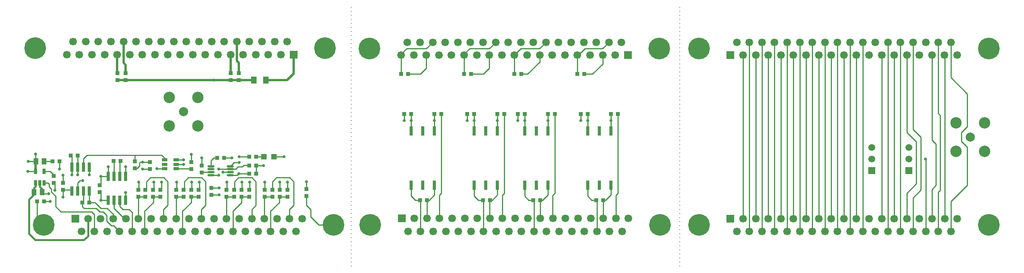
<source format=gtl>
G04 Layer_Physical_Order=1*
G04 Layer_Color=255*
%FSLAX25Y25*%
%MOIN*%
G70*
G01*
G75*
%ADD10R,0.03600X0.03200*%
%ADD11R,0.02600X0.08000*%
%ADD12R,0.03200X0.03600*%
%ADD13R,0.03850X0.05200*%
%ADD14R,0.02992X0.07874*%
%ADD15R,0.05000X0.05000*%
%ADD16R,0.04500X0.06000*%
%ADD17O,0.06102X0.01772*%
%ADD18R,0.02600X0.05000*%
%ADD19R,0.05000X0.02600*%
%ADD20C,0.01000*%
%ADD21C,0.02000*%
%ADD22C,0.01500*%
%ADD23C,0.01000*%
%ADD24R,0.06654X0.06654*%
%ADD25C,0.06654*%
%ADD26C,0.18740*%
%ADD27C,0.05906*%
%ADD28R,0.05906X0.05906*%
%ADD29C,0.09843*%
%ADD30C,0.07874*%
%ADD31C,0.02500*%
D10*
X303000Y351500D02*
D03*
X297000D02*
D03*
X143000Y367000D02*
D03*
X149000D02*
D03*
X159000Y326500D02*
D03*
X153000D02*
D03*
X269500Y365000D02*
D03*
X275500D02*
D03*
X120000Y327500D02*
D03*
X114000D02*
D03*
X186000Y362500D02*
D03*
X180000D02*
D03*
X297000Y358500D02*
D03*
X303000D02*
D03*
X133500Y362000D02*
D03*
X127500D02*
D03*
X297000Y366000D02*
D03*
X303000D02*
D03*
X428100Y437600D02*
D03*
X434100D02*
D03*
X482400D02*
D03*
X488400D02*
D03*
X525900D02*
D03*
X531900D02*
D03*
X580200D02*
D03*
X586200D02*
D03*
X596500Y328500D02*
D03*
X602500D02*
D03*
X609000Y403000D02*
D03*
X615000D02*
D03*
X589000D02*
D03*
X583000D02*
D03*
X542100Y328500D02*
D03*
X548100D02*
D03*
X554600Y403000D02*
D03*
X560600D02*
D03*
X534600D02*
D03*
X528600D02*
D03*
X498650Y328500D02*
D03*
X504650D02*
D03*
X511150Y403000D02*
D03*
X517150D02*
D03*
X491150D02*
D03*
X485150D02*
D03*
X444400Y328500D02*
D03*
X450400D02*
D03*
X456900Y403000D02*
D03*
X462900D02*
D03*
X436900D02*
D03*
X430900D02*
D03*
D11*
X175500Y349000D02*
D03*
X190500Y328500D02*
D03*
X180500D02*
D03*
X175500D02*
D03*
X180500Y349000D02*
D03*
X185500D02*
D03*
X190500D02*
D03*
X185500Y328500D02*
D03*
X144000Y357000D02*
D03*
X159000Y336500D02*
D03*
X149000D02*
D03*
X144000D02*
D03*
X149000Y357000D02*
D03*
X154000D02*
D03*
X159000D02*
D03*
X154000Y336500D02*
D03*
D12*
X256000Y358500D02*
D03*
Y352500D02*
D03*
X247000Y355500D02*
D03*
Y361500D02*
D03*
X346500Y332000D02*
D03*
Y338000D02*
D03*
X207500Y331500D02*
D03*
Y337500D02*
D03*
X201500Y331500D02*
D03*
Y337500D02*
D03*
X214000Y331500D02*
D03*
Y337500D02*
D03*
X220500Y331500D02*
D03*
Y337500D02*
D03*
X240500Y331500D02*
D03*
Y337500D02*
D03*
X234000Y331500D02*
D03*
Y337500D02*
D03*
X247000Y331500D02*
D03*
Y337500D02*
D03*
X253500Y331500D02*
D03*
Y337500D02*
D03*
X284000Y331500D02*
D03*
Y337500D02*
D03*
X277500Y331500D02*
D03*
Y337500D02*
D03*
X290500Y331500D02*
D03*
Y337500D02*
D03*
X297000Y331500D02*
D03*
Y337500D02*
D03*
X317000Y331500D02*
D03*
Y337500D02*
D03*
X310500Y331500D02*
D03*
Y337500D02*
D03*
X323500Y331500D02*
D03*
Y337500D02*
D03*
X330000Y331500D02*
D03*
Y337500D02*
D03*
X211500Y355500D02*
D03*
Y361500D02*
D03*
X136500Y343500D02*
D03*
Y337500D02*
D03*
X168000Y341500D02*
D03*
Y335500D02*
D03*
X264500Y339000D02*
D03*
Y333000D02*
D03*
X128500Y343500D02*
D03*
Y349500D02*
D03*
X288000Y432500D02*
D03*
Y438500D02*
D03*
X281000Y432500D02*
D03*
Y438500D02*
D03*
X190500Y432500D02*
D03*
Y438500D02*
D03*
X183500Y432500D02*
D03*
Y438500D02*
D03*
X198500Y356000D02*
D03*
Y362000D02*
D03*
D13*
X113000D02*
D03*
X120000D02*
D03*
X111500Y335500D02*
D03*
X118500D02*
D03*
D14*
X534600Y341256D02*
D03*
X544600D02*
D03*
X554600Y388500D02*
D03*
X534600D02*
D03*
X544600D02*
D03*
X554600Y341256D02*
D03*
X511150D02*
D03*
X501150Y388500D02*
D03*
X491150D02*
D03*
X511150D02*
D03*
X501150Y341256D02*
D03*
X491150D02*
D03*
X436900D02*
D03*
X446900D02*
D03*
X456900Y388500D02*
D03*
X436900D02*
D03*
X446900D02*
D03*
X456900Y341256D02*
D03*
X609000D02*
D03*
X599000Y388500D02*
D03*
X589000D02*
D03*
X609000D02*
D03*
X599000Y341256D02*
D03*
X589000D02*
D03*
D15*
X309902Y366018D02*
D03*
X318302D02*
D03*
D16*
X311500Y432500D02*
D03*
X301000D02*
D03*
D17*
X280866Y350161D02*
D03*
Y352720D02*
D03*
Y355279D02*
D03*
Y357839D02*
D03*
X264134Y350161D02*
D03*
Y352720D02*
D03*
Y355279D02*
D03*
Y357839D02*
D03*
D18*
X112750Y353500D02*
D03*
X120250D02*
D03*
X112750Y343500D02*
D03*
X116500D02*
D03*
X120250D02*
D03*
D19*
X234000Y359500D02*
D03*
Y363250D02*
D03*
Y355750D02*
D03*
X224000Y359500D02*
D03*
X224000Y363250D02*
D03*
Y355750D02*
D03*
D20*
X723087Y312500D02*
Y454000D01*
X733953Y312500D02*
Y454000D01*
X744819Y312500D02*
Y454000D01*
X755685Y312500D02*
Y454000D01*
X766551Y312500D02*
Y454000D01*
X777417Y312500D02*
Y454000D01*
X788283Y312500D02*
Y454000D01*
X810016Y312500D02*
Y454000D01*
X820882Y312500D02*
Y454000D01*
X842614Y312500D02*
Y454000D01*
X853480Y312500D02*
Y454000D01*
X896945Y312500D02*
Y454000D01*
X886079Y312500D02*
Y337871D01*
X728516Y301319D02*
Y465181D01*
X739382Y301319D02*
Y465181D01*
X750248Y301319D02*
Y465181D01*
X761114Y301319D02*
Y465181D01*
X771980Y301319D02*
Y465181D01*
X782846Y301319D02*
Y465181D01*
X793713Y301319D02*
Y465181D01*
X804579Y301319D02*
Y465181D01*
X815445Y301319D02*
Y465181D01*
X826311Y301319D02*
Y465181D01*
X848043Y301319D02*
Y465181D01*
X858909Y301319D02*
Y465181D01*
X886079Y337871D02*
X889500Y341293D01*
X891508Y301319D02*
Y335508D01*
X893000Y337000D01*
Y402000D01*
X891492Y403508D02*
X893000Y402000D01*
X891492Y403508D02*
Y465181D01*
X889500Y341293D02*
Y377000D01*
X886079Y380421D02*
X889500Y377000D01*
X886079Y380421D02*
Y454000D01*
X911500Y379500D02*
X916500Y374500D01*
X911500Y379500D02*
Y387000D01*
X916500Y392000D01*
Y420500D01*
X799150Y312500D02*
Y454000D01*
X902358Y434642D02*
X916500Y420500D01*
X902358Y434642D02*
Y465181D01*
X902374Y301319D02*
Y327374D01*
X916500Y341500D01*
Y374500D01*
X589000Y388500D02*
Y397500D01*
Y403000D01*
X583000Y397500D02*
Y403000D01*
X615000Y334500D02*
Y403000D01*
X613311Y332811D02*
X615000Y334500D01*
X613311Y312591D02*
Y332811D01*
X596500Y328500D02*
X597000Y328000D01*
Y319500D02*
X597008Y319492D01*
X597000Y319500D02*
Y328000D01*
X597008Y301410D02*
Y319492D01*
X602445Y328445D02*
X602500Y328500D01*
X602445Y312591D02*
Y328445D01*
X604500Y328500D02*
X609000Y333000D01*
X602500Y328500D02*
X604500D01*
X609000Y333000D02*
Y341256D01*
Y397500D02*
Y403000D01*
Y388500D02*
Y397500D01*
X589000Y332000D02*
Y341256D01*
Y332000D02*
X592500Y328500D01*
X596500D01*
X528600Y397500D02*
Y403000D01*
X560600Y334500D02*
Y403000D01*
X558911Y332811D02*
X560600Y334500D01*
X558911Y312591D02*
Y332811D01*
X542100Y328500D02*
X542600Y328000D01*
Y319500D02*
X542608Y319492D01*
X542600Y319500D02*
Y328000D01*
X542608Y301410D02*
Y319492D01*
X548045Y328445D02*
X548100Y328500D01*
X548045Y312591D02*
Y328445D01*
X550100Y328500D02*
X554600Y333000D01*
X548100Y328500D02*
X550100D01*
X554600Y333000D02*
Y341256D01*
X534600Y397500D02*
Y403000D01*
Y388500D02*
Y397500D01*
X554600D02*
Y403000D01*
Y388500D02*
Y397500D01*
X534600Y332000D02*
Y341256D01*
Y332000D02*
X538100Y328500D01*
X542100D01*
X485150Y397500D02*
Y403000D01*
X517150Y334500D02*
Y403000D01*
X515461Y332811D02*
X517150Y334500D01*
X515461Y312591D02*
Y332811D01*
X498650Y328500D02*
X499150Y328000D01*
Y319500D02*
X499158Y319492D01*
X499150Y319500D02*
Y328000D01*
X499158Y301410D02*
Y319492D01*
X504595Y328445D02*
X504650Y328500D01*
X504595Y312591D02*
Y328445D01*
X506650Y328500D02*
X511150Y333000D01*
X504650Y328500D02*
X506650D01*
X511150Y333000D02*
Y341256D01*
X491150Y397500D02*
Y403000D01*
Y388500D02*
Y397500D01*
X511150D02*
Y403000D01*
Y388500D02*
Y397500D01*
X491150Y332000D02*
Y341256D01*
Y332000D02*
X494650Y328500D01*
X498650D01*
X462900Y334500D02*
Y403000D01*
X430900Y397500D02*
Y403000D01*
X456900Y397500D02*
Y403000D01*
Y388500D02*
Y397500D01*
X436900D02*
Y403000D01*
Y388500D02*
Y397500D01*
X461211Y332811D02*
X462900Y334500D01*
X461211Y312591D02*
Y332811D01*
X450345Y328445D02*
X450400Y328500D01*
X450345Y312591D02*
Y328445D01*
X444400Y328500D02*
X444900Y328000D01*
Y319500D02*
Y328000D01*
Y319500D02*
X444908Y319492D01*
Y301410D02*
Y319492D01*
X456900Y333000D02*
Y341256D01*
X452400Y328500D02*
X456900Y333000D01*
X450400Y328500D02*
X452400D01*
X436900Y332000D02*
Y341256D01*
Y332000D02*
X440400Y328500D01*
X444400D01*
X449829Y442760D02*
Y454009D01*
X482400Y437600D02*
Y453982D01*
X482428Y454009D01*
X504160Y442760D02*
Y454009D01*
X499000Y437600D02*
X504160Y442760D01*
X488400Y437600D02*
X499000D01*
X482428Y454009D02*
Y454928D01*
X487300Y459800D01*
X504207D01*
X509597Y465191D01*
X525900Y437600D02*
Y454002D01*
X525892Y454009D02*
X525900Y454002D01*
X531900Y437600D02*
X537100D01*
X547624Y448125D01*
Y454009D01*
X525892D02*
Y454092D01*
X531500Y459700D01*
X547571D01*
X553061Y465191D01*
X580200Y437600D02*
Y453987D01*
X580223Y454009D01*
X581209D01*
X601955Y446455D02*
Y454009D01*
X593100Y437600D02*
X601955Y446455D01*
X449876Y459800D02*
X455266Y465191D01*
X432969Y459800D02*
X449876D01*
X428097Y454928D02*
X432969Y459800D01*
X428069Y437600D02*
Y453982D01*
X434069Y437600D02*
X444669D01*
X449829Y442760D01*
X586200Y437600D02*
X593100D01*
X601802Y459600D02*
X607392Y465191D01*
X586800Y459600D02*
X601802D01*
X581209Y454009D02*
X586800Y459600D01*
X310500Y331500D02*
X317000D01*
X310130Y331130D02*
X310500Y331500D01*
X310130Y312492D02*
Y331130D01*
X323500Y331500D02*
X330000D01*
X323000Y331000D02*
X323500Y331500D01*
X323000Y326500D02*
Y331000D01*
X315559Y319059D02*
X323000Y326500D01*
X315559Y301311D02*
Y319059D01*
X310500Y337500D02*
Y344000D01*
X323500Y337500D02*
Y344000D01*
X330000Y337500D02*
Y344000D01*
X317000Y337500D02*
Y344500D01*
X320500Y348000D01*
X332000D01*
X335500Y344500D01*
Y324000D02*
Y344500D01*
X331862Y320362D02*
X335500Y324000D01*
X331862Y312492D02*
Y320362D01*
X299264Y312492D02*
Y320362D01*
X302902Y324000D01*
Y344500D01*
X299402Y348000D02*
X302902Y344500D01*
X297402Y337500D02*
Y344000D01*
X290902Y337500D02*
Y344000D01*
X277902Y337500D02*
Y344000D01*
X282961Y301311D02*
Y319059D01*
X290402Y326500D01*
Y331000D01*
X290902Y331500D01*
X297402D01*
X277531Y312492D02*
Y331130D01*
X277902Y331500D01*
X284402D01*
X255799Y312492D02*
Y320362D01*
X259437Y324000D01*
Y344500D01*
X255937Y348000D02*
X259437Y344500D01*
X244437Y348000D02*
X255937D01*
X240937Y344500D02*
X244437Y348000D01*
X240937Y337500D02*
Y344500D01*
X253937Y337500D02*
Y344000D01*
X247437Y337500D02*
Y344000D01*
X234437Y337500D02*
Y344000D01*
X239496Y301311D02*
Y319059D01*
X246937Y326500D01*
Y331000D01*
X247437Y331500D01*
X253937D01*
X234067Y312492D02*
Y331130D01*
X234437Y331500D01*
X240937D01*
X223201Y312492D02*
Y320362D01*
X226839Y324000D01*
Y344500D01*
X223339Y348000D02*
X226839Y344500D01*
X211839Y348000D02*
X223339D01*
X208339Y344500D02*
X211839Y348000D01*
X208339Y337500D02*
Y344500D01*
X221339Y337500D02*
Y344000D01*
X214839Y337500D02*
Y344000D01*
X201839Y337500D02*
Y344000D01*
X206898Y301311D02*
Y319059D01*
X214339Y326500D01*
Y331000D01*
X214839Y331500D01*
X221339D01*
X201468Y312492D02*
Y331130D01*
X201839Y331500D01*
X208339D01*
X264500Y339000D02*
X271000D01*
X264500Y333000D02*
X271000D01*
X205000Y355500D02*
X211500D01*
X205000Y361500D02*
X211500D01*
X234000Y363250D02*
X240500D01*
X217500Y355750D02*
X224000D01*
X234000D02*
X246750D01*
X247000Y355500D01*
X303000Y358500D02*
X309500D01*
X296721Y358780D02*
X297000Y358500D01*
X280866Y357839D02*
X284028Y361000D01*
X288500D01*
X275500Y365000D02*
X282000D01*
X264134Y357839D02*
Y362634D01*
X266500Y365000D01*
X269500D01*
X284402Y337500D02*
Y344500D01*
X287902Y348000D01*
X299402D01*
X280866Y350161D02*
X286661D01*
X288000Y351500D01*
X274366Y352720D02*
X280866D01*
X264134Y350161D02*
X270634D01*
X256221Y352720D02*
X264134D01*
X256000Y352500D02*
X256221Y352720D01*
X303000Y366000D02*
X309942D01*
X309960Y366018D01*
X288500Y366000D02*
X297000D01*
X318360Y366018D02*
X318378Y366000D01*
X327000D01*
X196031Y301311D02*
Y317969D01*
X193500Y320500D02*
X196031Y317969D01*
X188000Y320500D02*
X193500D01*
X185500Y323000D02*
X188000Y320500D01*
X185500Y323000D02*
Y328500D01*
X189508Y312492D02*
X190602D01*
X180500Y321500D02*
X189508Y312492D01*
X180500Y321500D02*
Y328500D01*
X190500Y351000D02*
Y357500D01*
X175500Y351000D02*
Y357500D01*
X180500Y349000D02*
Y362000D01*
X180000Y362500D02*
X180500Y362000D01*
X185500Y349000D02*
Y362000D01*
X186000Y362500D01*
X169000Y328500D02*
X175500D01*
X169000Y349000D02*
X175500D01*
X168000Y335500D02*
X169000Y334500D01*
Y328500D02*
Y334500D01*
Y342500D02*
Y349000D01*
X168000Y341500D02*
X169000Y342500D01*
X179736Y312492D02*
Y316264D01*
X174500Y321500D02*
X179736Y316264D01*
X169000Y321500D02*
X174500D01*
X164000Y326500D02*
X169000Y321500D01*
X159000Y326500D02*
X164000D01*
X159000D02*
Y336500D01*
X154000Y327500D02*
Y336500D01*
X153000Y326500D02*
X154000Y327500D01*
X153000Y323000D02*
Y326500D01*
X171000Y318500D02*
X174000Y315500D01*
Y310500D02*
Y315500D01*
Y310500D02*
X178000Y306500D01*
X179976D01*
X185165Y301311D01*
X153000Y323000D02*
X154500Y321500D01*
X165000D01*
X168000Y318500D01*
X171000D01*
X144000Y350500D02*
Y357000D01*
X149000Y350500D02*
Y357000D01*
X136500Y331000D02*
Y337500D01*
X129500Y337000D02*
Y343500D01*
X128500Y349500D02*
Y350500D01*
X125500Y353500D02*
X128500Y350500D01*
X120250Y353500D02*
X125500D01*
X112750Y361750D02*
X113000Y362000D01*
X106500D02*
X113000D01*
X106250Y353500D02*
X112750D01*
X133500Y355500D02*
Y362000D01*
X120000D02*
X127500D01*
X112750Y361750D02*
Y368250D01*
X136500Y343500D02*
Y350000D01*
X118500Y334000D02*
X124000D01*
X114000Y312827D02*
Y327500D01*
Y312827D02*
X119925Y306902D01*
X120000Y327500D02*
X125500D01*
X163433Y301311D02*
Y316067D01*
X161000Y318500D02*
X163433Y316067D01*
X126500Y335389D02*
Y338000D01*
X124500Y340000D02*
X126500Y338000D01*
X124500Y340000D02*
Y342500D01*
X123500Y343500D02*
X124500Y342500D01*
X120250Y343500D02*
X123500D01*
X126500Y335389D02*
X130000Y331889D01*
Y323000D02*
Y331889D01*
Y323000D02*
X134500Y318500D01*
X161000D01*
X136500Y337500D02*
X143000D01*
X144000Y357000D02*
Y366000D01*
X143000Y367000D02*
X144000Y366000D01*
X149000Y357000D02*
Y367000D01*
X159000Y350500D02*
Y357000D01*
X154000D02*
Y364500D01*
X157000Y367500D01*
X221500D02*
X224000Y365000D01*
Y363250D02*
Y365000D01*
X270866Y355279D02*
X280866D01*
X190500Y328500D02*
Y335000D01*
X149000Y336500D02*
Y343500D01*
X151000Y345500D01*
X153500D01*
X346500Y338000D02*
Y344500D01*
X357098Y306902D02*
X369925D01*
X350000Y314000D02*
X357098Y306902D01*
X350000Y314000D02*
Y320500D01*
X346500Y324000D02*
X350000Y320500D01*
X346500Y324000D02*
Y332000D01*
X303000Y351500D02*
Y358500D01*
X280866Y355279D02*
X285279D01*
X287500Y357500D01*
X291000D01*
X292280Y358780D01*
X296721D01*
X288000Y351500D02*
X297000D01*
X198500Y362000D02*
Y367000D01*
X157000Y367500D02*
X221500D01*
X198500Y356000D02*
X200500D01*
X202500Y358000D01*
Y361000D01*
X203000Y361500D01*
X205000D01*
X869760Y389740D02*
X876500Y383000D01*
Y337225D02*
Y383000D01*
X869775Y330500D02*
X876500Y337225D01*
X869760Y389740D02*
Y465181D01*
X869775Y301319D02*
Y330500D01*
X864346Y387154D02*
X872500Y379000D01*
Y342654D02*
Y379000D01*
X864346Y334500D02*
X872500Y342654D01*
X864346Y312500D02*
Y334500D01*
Y387154D02*
Y454000D01*
X880642Y301319D02*
Y363858D01*
X880500Y364000D02*
X880642Y363858D01*
X234000Y359500D02*
X240500D01*
X247000Y361500D02*
Y368000D01*
X256000Y358500D02*
Y365000D01*
D21*
X183500Y432500D02*
X190500D01*
X281000D01*
X288000D01*
X301000D01*
X311500D02*
X329787D01*
X335287Y438000D01*
Y454409D01*
X286394Y449106D02*
Y465590D01*
Y449106D02*
X288000Y447500D01*
Y438500D02*
Y447500D01*
X280957Y438543D02*
Y454409D01*
Y438543D02*
X281000Y438500D01*
X183161Y438838D02*
Y454409D01*
Y438838D02*
X183500Y438500D01*
X190500D02*
Y445500D01*
X188599Y447402D02*
X190500Y445500D01*
X188599Y447402D02*
Y465590D01*
X112750Y353500D02*
Y361750D01*
D22*
Y340250D02*
Y343500D01*
X111500Y339000D02*
X112750Y340250D01*
X111500Y335500D02*
Y339000D01*
X116500Y340000D02*
Y343500D01*
Y340000D02*
X118500Y338000D01*
Y334000D02*
Y338000D01*
X111500Y333500D02*
Y335500D01*
X107000Y329000D02*
X111500Y333500D01*
X107000Y299500D02*
Y329000D01*
Y299500D02*
X112500Y294000D01*
X154500D01*
X158000Y297500D01*
Y312488D01*
X158004Y312492D01*
D23*
X668500Y271500D02*
D03*
Y275000D02*
D03*
Y278500D02*
D03*
Y282000D02*
D03*
Y285500D02*
D03*
Y289000D02*
D03*
Y292500D02*
D03*
Y296000D02*
D03*
Y299500D02*
D03*
Y303000D02*
D03*
Y306500D02*
D03*
Y310000D02*
D03*
Y313500D02*
D03*
Y317000D02*
D03*
Y320500D02*
D03*
Y324000D02*
D03*
Y327500D02*
D03*
Y331000D02*
D03*
Y334500D02*
D03*
Y338000D02*
D03*
Y341500D02*
D03*
Y345000D02*
D03*
Y348500D02*
D03*
Y352000D02*
D03*
Y355500D02*
D03*
Y359000D02*
D03*
Y362500D02*
D03*
Y366000D02*
D03*
Y369500D02*
D03*
Y373000D02*
D03*
Y376500D02*
D03*
Y380000D02*
D03*
Y383500D02*
D03*
Y387000D02*
D03*
Y390500D02*
D03*
Y394000D02*
D03*
Y397500D02*
D03*
Y401000D02*
D03*
Y404500D02*
D03*
Y408000D02*
D03*
Y411500D02*
D03*
Y415000D02*
D03*
Y418500D02*
D03*
Y422000D02*
D03*
Y425500D02*
D03*
Y429000D02*
D03*
Y432500D02*
D03*
Y436000D02*
D03*
Y439500D02*
D03*
Y443000D02*
D03*
Y446500D02*
D03*
Y450000D02*
D03*
Y453500D02*
D03*
Y457000D02*
D03*
Y460500D02*
D03*
Y464000D02*
D03*
Y467500D02*
D03*
Y471000D02*
D03*
Y474500D02*
D03*
Y478000D02*
D03*
Y481500D02*
D03*
Y485000D02*
D03*
Y488500D02*
D03*
Y492000D02*
D03*
Y495500D02*
D03*
X385000D02*
D03*
Y492000D02*
D03*
Y488500D02*
D03*
Y485000D02*
D03*
Y481500D02*
D03*
Y478000D02*
D03*
Y474500D02*
D03*
Y471000D02*
D03*
Y467500D02*
D03*
Y464000D02*
D03*
Y460500D02*
D03*
Y457000D02*
D03*
Y453500D02*
D03*
Y450000D02*
D03*
Y446500D02*
D03*
Y443000D02*
D03*
Y439500D02*
D03*
Y436000D02*
D03*
Y432500D02*
D03*
Y429000D02*
D03*
Y425500D02*
D03*
Y422000D02*
D03*
Y418500D02*
D03*
Y415000D02*
D03*
Y411500D02*
D03*
Y408000D02*
D03*
Y404500D02*
D03*
Y401000D02*
D03*
Y397500D02*
D03*
Y394000D02*
D03*
Y390500D02*
D03*
Y387000D02*
D03*
Y383500D02*
D03*
Y380000D02*
D03*
Y376500D02*
D03*
Y373000D02*
D03*
Y369500D02*
D03*
Y366000D02*
D03*
Y362500D02*
D03*
Y359000D02*
D03*
Y355500D02*
D03*
Y352000D02*
D03*
Y348500D02*
D03*
Y345000D02*
D03*
Y341500D02*
D03*
Y338000D02*
D03*
Y334500D02*
D03*
Y331000D02*
D03*
Y327500D02*
D03*
Y324000D02*
D03*
Y320500D02*
D03*
Y317000D02*
D03*
Y313500D02*
D03*
Y310000D02*
D03*
Y306500D02*
D03*
Y303000D02*
D03*
Y299500D02*
D03*
Y296000D02*
D03*
Y292500D02*
D03*
Y289000D02*
D03*
Y285500D02*
D03*
Y282000D02*
D03*
Y278500D02*
D03*
Y275000D02*
D03*
Y271500D02*
D03*
D24*
X335287Y454409D02*
D03*
X623688Y454009D02*
D03*
X428613Y312591D02*
D03*
X712220Y312500D02*
D03*
X712205Y454000D02*
D03*
X147138Y312492D02*
D03*
D25*
X139697Y454409D02*
D03*
X324421D02*
D03*
X313555D02*
D03*
X302689D02*
D03*
X291823D02*
D03*
X280957D02*
D03*
X270091D02*
D03*
X259225D02*
D03*
X248358D02*
D03*
X237492D02*
D03*
X226626D02*
D03*
X215760D02*
D03*
X204894D02*
D03*
X194028D02*
D03*
X183161D02*
D03*
X172295D02*
D03*
X161429D02*
D03*
X150563D02*
D03*
X329858Y465590D02*
D03*
X318992D02*
D03*
X308126D02*
D03*
X297260D02*
D03*
X286394D02*
D03*
X275528D02*
D03*
X264662D02*
D03*
X253795D02*
D03*
X242929D02*
D03*
X232063D02*
D03*
X221197D02*
D03*
X210331D02*
D03*
X199465D02*
D03*
X188599D02*
D03*
X177732D02*
D03*
X166866D02*
D03*
X156000D02*
D03*
X145134D02*
D03*
X433534Y465191D02*
D03*
X444400D02*
D03*
X455266D02*
D03*
X466132D02*
D03*
X476999D02*
D03*
X487865D02*
D03*
X498731D02*
D03*
X509597D02*
D03*
X520463D02*
D03*
X531329D02*
D03*
X542195D02*
D03*
X553061D02*
D03*
X563928D02*
D03*
X574794D02*
D03*
X585660D02*
D03*
X596526D02*
D03*
X607392D02*
D03*
X618258D02*
D03*
X438963Y454009D02*
D03*
X449829D02*
D03*
X460695D02*
D03*
X471561D02*
D03*
X482428D02*
D03*
X493294D02*
D03*
X504160D02*
D03*
X515026D02*
D03*
X525892D02*
D03*
X536758D02*
D03*
X547624D02*
D03*
X558491D02*
D03*
X569357D02*
D03*
X580223D02*
D03*
X591089D02*
D03*
X601955D02*
D03*
X612821D02*
D03*
X428097D02*
D03*
X624203Y312591D02*
D03*
X439479D02*
D03*
X450345D02*
D03*
X461211D02*
D03*
X472077D02*
D03*
X482943D02*
D03*
X493809D02*
D03*
X504675D02*
D03*
X515542D02*
D03*
X526408D02*
D03*
X537274D02*
D03*
X548140D02*
D03*
X559006D02*
D03*
X569872D02*
D03*
X580738D02*
D03*
X591605D02*
D03*
X602471D02*
D03*
X613337D02*
D03*
X434042Y301410D02*
D03*
X444908D02*
D03*
X455774D02*
D03*
X466640D02*
D03*
X477506D02*
D03*
X488372D02*
D03*
X499238D02*
D03*
X510105D02*
D03*
X520971D02*
D03*
X531837D02*
D03*
X542703D02*
D03*
X553569D02*
D03*
X564435D02*
D03*
X575302D02*
D03*
X586168D02*
D03*
X597034D02*
D03*
X607900D02*
D03*
X618766D02*
D03*
X902374Y301319D02*
D03*
X891508D02*
D03*
X880642D02*
D03*
X869775D02*
D03*
X858909D02*
D03*
X848043D02*
D03*
X837177D02*
D03*
X826311D02*
D03*
X815445D02*
D03*
X804579D02*
D03*
X793713D02*
D03*
X782846D02*
D03*
X771980D02*
D03*
X761114D02*
D03*
X750248D02*
D03*
X739382D02*
D03*
X728516D02*
D03*
X717650D02*
D03*
X896945Y312500D02*
D03*
X886079D02*
D03*
X875212D02*
D03*
X864346D02*
D03*
X853480D02*
D03*
X842614D02*
D03*
X831748D02*
D03*
X820882D02*
D03*
X810016D02*
D03*
X799150D02*
D03*
X788283D02*
D03*
X777417D02*
D03*
X766551D02*
D03*
X755685D02*
D03*
X744819D02*
D03*
X733953D02*
D03*
X723087D02*
D03*
X907811D02*
D03*
X902358Y465181D02*
D03*
X891492D02*
D03*
X880626D02*
D03*
X869760D02*
D03*
X858894D02*
D03*
X848028D02*
D03*
X837161D02*
D03*
X826295D02*
D03*
X815429D02*
D03*
X804563D02*
D03*
X793697D02*
D03*
X782831D02*
D03*
X771965D02*
D03*
X761098D02*
D03*
X750232D02*
D03*
X739366D02*
D03*
X728500D02*
D03*
X717634D02*
D03*
X896929Y454000D02*
D03*
X886063D02*
D03*
X875197D02*
D03*
X864331D02*
D03*
X853465D02*
D03*
X842598D02*
D03*
X831732D02*
D03*
X820866D02*
D03*
X810000D02*
D03*
X799134D02*
D03*
X788268D02*
D03*
X777402D02*
D03*
X766535D02*
D03*
X755669D02*
D03*
X744803D02*
D03*
X733937D02*
D03*
X723071D02*
D03*
X907795D02*
D03*
X337291Y301311D02*
D03*
X326425D02*
D03*
X315559D02*
D03*
X304693D02*
D03*
X293827D02*
D03*
X282961D02*
D03*
X272094D02*
D03*
X261228D02*
D03*
X250362D02*
D03*
X239496D02*
D03*
X228630D02*
D03*
X217764D02*
D03*
X206898D02*
D03*
X196031D02*
D03*
X185165D02*
D03*
X174299D02*
D03*
X163433D02*
D03*
X152567D02*
D03*
X331862Y312492D02*
D03*
X320996D02*
D03*
X310130D02*
D03*
X299264D02*
D03*
X288398D02*
D03*
X277531D02*
D03*
X266665D02*
D03*
X255799D02*
D03*
X244933D02*
D03*
X234067D02*
D03*
X223201D02*
D03*
X212335D02*
D03*
X201468D02*
D03*
X190602D02*
D03*
X179736D02*
D03*
X168870D02*
D03*
X158004D02*
D03*
X342728D02*
D03*
D26*
X112500Y460000D02*
D03*
X362500D02*
D03*
X650900Y459600D02*
D03*
X400900D02*
D03*
X651400Y307000D02*
D03*
X401400D02*
D03*
X685008Y306909D02*
D03*
X935008D02*
D03*
X685008Y459591D02*
D03*
X935008D02*
D03*
X119925Y306902D02*
D03*
X369925D02*
D03*
D27*
X834000Y364000D02*
D03*
Y374000D02*
D03*
X866000Y364000D02*
D03*
Y374000D02*
D03*
D28*
X834000Y354000D02*
D03*
X866000D02*
D03*
D29*
X252823Y392677D02*
D03*
X228177D02*
D03*
Y417323D02*
D03*
X252823D02*
D03*
X931323Y370677D02*
D03*
Y395323D02*
D03*
X906677D02*
D03*
Y370677D02*
D03*
D30*
X240500Y405000D02*
D03*
X919000Y383000D02*
D03*
D31*
X266500Y432500D02*
D03*
X310500Y344000D02*
D03*
X323500D02*
D03*
X330000D02*
D03*
X297402D02*
D03*
X290902D02*
D03*
X277902D02*
D03*
X253937D02*
D03*
X247437D02*
D03*
X234437D02*
D03*
X221339D02*
D03*
X214839D02*
D03*
X201839D02*
D03*
X271000Y339000D02*
D03*
Y333000D02*
D03*
X205000Y355500D02*
D03*
Y361500D02*
D03*
X240500Y363250D02*
D03*
X217500Y355750D02*
D03*
X309500Y358500D02*
D03*
X288500Y361000D02*
D03*
X282000Y365000D02*
D03*
X288000Y351500D02*
D03*
X274366Y352720D02*
D03*
X270634Y350161D02*
D03*
X288500Y366000D02*
D03*
X327000D02*
D03*
X190500Y357500D02*
D03*
X175500D02*
D03*
X169000Y328500D02*
D03*
Y349000D02*
D03*
X144000Y350500D02*
D03*
X149000D02*
D03*
X136500Y331000D02*
D03*
X129500Y337000D02*
D03*
X106500Y362000D02*
D03*
X106250Y353500D02*
D03*
X133500Y355500D02*
D03*
X112750Y368250D02*
D03*
X136500Y350000D02*
D03*
X124000Y334000D02*
D03*
X125500Y327500D02*
D03*
X159000Y350500D02*
D03*
X270866Y355279D02*
D03*
X190500Y335000D02*
D03*
X153500Y345500D02*
D03*
X346500Y344500D02*
D03*
X240500Y359500D02*
D03*
X247000Y368000D02*
D03*
X256000Y365000D02*
D03*
X880500Y364000D02*
D03*
X430900Y397500D02*
D03*
X436900D02*
D03*
X485150D02*
D03*
X528600D02*
D03*
X583000D02*
D03*
X491150D02*
D03*
X534600D02*
D03*
X511150D02*
D03*
X554600D02*
D03*
X589000D02*
D03*
X609000D02*
D03*
X456900D02*
D03*
M02*

</source>
